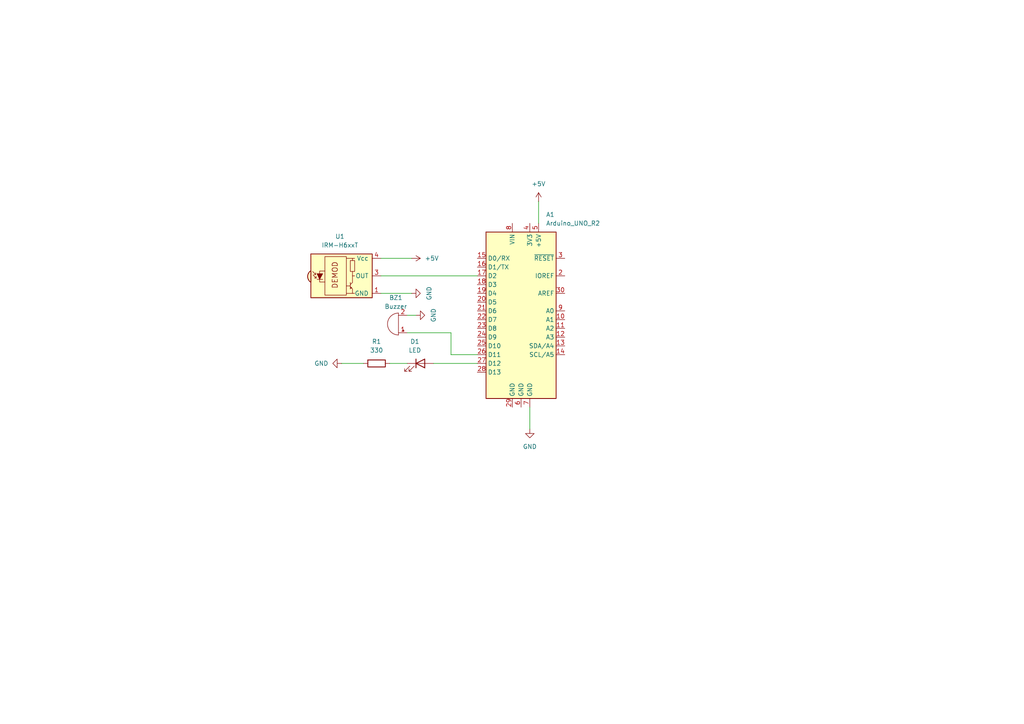
<source format=kicad_sch>
(kicad_sch (version 20250114) (generator "eeschema") (generator_version "9.0")
  (paper "A4")
  (lib_symbols
    (symbol "Device:Buzzer" (pin_names (offset 0.0254) (hide yes))
      (property "Reference" "BZ" (at 3.81 1.27 0))
      (property "Value" "Buzzer" (at 3.81 -1.27 0))
      (symbol "Buzzer_0_1"
        (polyline (pts (xy -1.651 1.905) (xy -1.143 1.905)))
        (polyline (pts (xy -1.397 2.159) (xy -1.397 1.651)))
        (arc (start 0 3.175) (mid 3.1612 0) (end 0 -3.175))
        (polyline (pts (xy 0 3.175) (xy 0 -3.175)))
      )
      (symbol "Buzzer_1_1"
        (pin passive line (at -2.54 2.54 0) (length 2.54) (name "+") (number "1"))
        (pin passive line (at -2.54 -2.54 0) (length 2.54) (name "-") (number "2"))
      )
    )
    (symbol "Device:LED" (pin_numbers (hide yes)) (pin_names (offset 1.016) (hide yes))
      (property "Reference" "D" (at 0 2.54 0))
      (property "Value" "LED" (at 0 -2.54 0))
      (symbol "LED_0_1"
        (polyline (pts (xy -3.048 -0.762) (xy -4.572 -2.286) (xy -3.81 -2.286) (xy -4.572 -2.286) (xy -4.572 -1.524)))
        (polyline (pts (xy -1.778 -0.762) (xy -3.302 -2.286) (xy -2.54 -2.286) (xy -3.302 -2.286) (xy -3.302 -1.524)))
        (polyline (pts (xy -1.27 0) (xy 1.27 0)))
        (polyline (pts (xy -1.27 -1.27) (xy -1.27 1.27)) (stroke (width 0.254)))
        (polyline (pts (xy 1.27 -1.27) (xy 1.27 1.27) (xy -1.27 0) (xy 1.27 -1.27)) (stroke (width 0.254)))
      )
      (symbol "LED_1_1"
        (pin passive line (at -3.81 0 0) (length 2.54) (name "K") (number "1"))
        (pin passive line (at 3.81 0 180) (length 2.54) (name "A") (number "2"))
      )
    )
    (symbol "Device:R" (pin_numbers (hide yes)) (pin_names (offset 0))
      (property "Reference" "R" (at 2.032 0 90))
      (property "Value" "R" (at 0 0 90))
      (symbol "R_0_1"
        (rectangle (start -1.016 -2.54) (end 1.016 2.54) (stroke (width 0.254)))
      )
      (symbol "R_1_1"
        (pin passive line (at 0 3.81 270) (length 1.27) (name "~") (number "1"))
        (pin passive line (at 0 -3.81 90) (length 1.27) (name "~") (number "2"))
      )
    )
    (symbol "Interface_Optical:IRM-H6xxT" (pin_names (offset 1.016))
      (property "Reference" "U" (at -10.16 7.62 0))
      (property "Value" "IRM-H6xxT" (at -10.16 -7.62 0))
      (symbol "IRM-H6xxT_0_0"
        (arc (start -10.287 -1.778) (mid -11.0899 -0.1905) (end -10.287 1.397) (stroke (width 0.254)) (fill (type background)))
        (polyline (pts (xy 1.905 5.08) (xy 0.127 5.08)))
        (polyline (pts (xy 1.905 -5.08) (xy 0.127 -5.08)))
        (text "DEMOD" (at -3.175 0.254 900) (effects (font (size 1.524 1.524))))
      )
      (symbol "IRM-H6xxT_0_1"
        (polyline (pts (xy -8.763 0.381) (xy -9.652 1.27)))
        (polyline (pts (xy -8.763 0.381) (xy -9.271 0.381)))
        (polyline (pts (xy -8.763 0.381) (xy -8.763 0.889)))
        (polyline (pts (xy -8.636 -0.635) (xy -9.525 0.254)))
        (polyline (pts (xy -8.636 -0.635) (xy -9.144 -0.635)))
        (polyline (pts (xy -8.636 -0.635) (xy -8.636 -0.127)))
        (polyline (pts (xy -8.382 0.635) (xy -6.731 0.635) (xy -7.62 -1.016) (xy -8.382 0.635)) (fill (type outline)))
        (polyline (pts (xy -8.382 -1.016) (xy -6.731 -1.016)))
        (rectangle (start -6.096 5.588) (end 0.127 -5.588))
        (polyline (pts (xy -6.096 1.397) (xy -7.62 1.397) (xy -7.62 -1.778) (xy -6.096 -1.778)))
        (polyline (pts (xy 1.27 -1.905) (xy 1.27 -3.81)))
        (polyline (pts (xy 1.27 -2.54) (xy 1.905 -1.905) (xy 1.905 0) (xy 2.54 0)))
        (polyline (pts (xy 1.27 -2.921) (xy 0.127 -2.921)))
        (polyline (pts (xy 1.27 -3.175) (xy 1.905 -3.81) (xy 1.905 -5.08) (xy 2.54 -5.08)))
        (polyline (pts (xy 1.397 -3.556) (xy 1.524 -3.556)))
        (polyline (pts (xy 1.651 -3.556) (xy 1.524 -3.556)))
        (polyline (pts (xy 1.651 -3.556) (xy 1.651 -3.302)))
        (polyline (pts (xy 1.905 4.445) (xy 1.905 5.08) (xy 2.54 5.08)))
        (polyline (pts (xy 1.905 0) (xy 1.905 1.27)))
        (rectangle (start 2.54 1.27) (end 1.27 4.445))
        (rectangle (start 7.62 6.35) (end -10.16 -6.35) (stroke (width 0.254)) (fill (type background)))
      )
      (symbol "IRM-H6xxT_1_1"
        (pin power_in line (at 10.16 5.08 180) (length 2.54) (name "Vcc") (number "4"))
        (pin output line (at 10.16 0 180) (length 2.54) (name "OUT") (number "3"))
        (pin power_in line (at 10.16 -5.08 180) (length 2.54) (name "GND") (number "1"))
        (pin passive line (at 10.16 -5.08 180) (length 2.54) (hide yes) (name "GND") (number "2"))
      )
    )
    (symbol "MCU_Module:Arduino_UNO_R2"
      (property "Reference" "A" (at -10.16 23.495 0))
      (property "Value" "Arduino_UNO_R2" (at 5.08 -26.67 0))
      (symbol "Arduino_UNO_R2_0_1"
        (rectangle (start -10.16 22.86) (end 10.16 -25.4) (stroke (width 0.254)) (fill (type background)))
      )
      (symbol "Arduino_UNO_R2_1_1"
        (pin bidirectional line (at -12.7 15.24 0) (length 2.54) (name "D0/RX") (number "15"))
        (pin bidirectional line (at -12.7 12.7 0) (length 2.54) (name "D1/TX") (number "16"))
        (pin bidirectional line (at -12.7 10.16 0) (length 2.54) (name "D2") (number "17"))
        (pin bidirectional line (at -12.7 7.62 0) (length 2.54) (name "D3") (number "18"))
        (pin bidirectional line (at -12.7 5.08 0) (length 2.54) (name "D4") (number "19"))
        (pin bidirectional line (at -12.7 2.54 0) (length 2.54) (name "D5") (number "20"))
        (pin bidirectional line (at -12.7 0 0) (length 2.54) (name "D6") (number "21"))
        (pin bidirectional line (at -12.7 -2.54 0) (length 2.54) (name "D7") (number "22"))
        (pin bidirectional line (at -12.7 -5.08 0) (length 2.54) (name "D8") (number "23"))
        (pin bidirectional line (at -12.7 -7.62 0) (length 2.54) (name "D9") (number "24"))
        (pin bidirectional line (at -12.7 -10.16 0) (length 2.54) (name "D10") (number "25"))
        (pin bidirectional line (at -12.7 -12.7 0) (length 2.54) (name "D11") (number "26"))
        (pin bidirectional line (at -12.7 -15.24 0) (length 2.54) (name "D12") (number "27"))
        (pin bidirectional line (at -12.7 -17.78 0) (length 2.54) (name "D13") (number "28"))
        (pin no_connect line (at -10.16 -20.32 0) (length 2.54) (hide yes) (name "NC") (number "1"))
        (pin power_in line (at -2.54 25.4 270) (length 2.54) (name "VIN") (number "8"))
        (pin power_in line (at -2.54 -27.94 90) (length 2.54) (name "GND") (number "29"))
        (pin power_in line (at 0 -27.94 90) (length 2.54) (name "GND") (number "6"))
        (pin power_out line (at 2.54 25.4 270) (length 2.54) (name "3V3") (number "4"))
        (pin power_in line (at 2.54 -27.94 90) (length 2.54) (name "GND") (number "7"))
        (pin power_out line (at 5.08 25.4 270) (length 2.54) (name "+5V") (number "5"))
        (pin input line (at 12.7 15.24 180) (length 2.54) (name "~{RESET}") (number "3"))
        (pin output line (at 12.7 10.16 180) (length 2.54) (name "IOREF") (number "2"))
        (pin input line (at 12.7 5.08 180) (length 2.54) (name "AREF") (number "30"))
        (pin bidirectional line (at 12.7 0 180) (length 2.54) (name "A0") (number "9"))
        (pin bidirectional line (at 12.7 -2.54 180) (length 2.54) (name "A1") (number "10"))
        (pin bidirectional line (at 12.7 -5.08 180) (length 2.54) (name "A2") (number "11"))
        (pin bidirectional line (at 12.7 -7.62 180) (length 2.54) (name "A3") (number "12"))
        (pin bidirectional line (at 12.7 -10.16 180) (length 2.54) (name "SDA/A4") (number "13"))
        (pin bidirectional line (at 12.7 -12.7 180) (length 2.54) (name "SCL/A5") (number "14"))
      )
    )
    (symbol "power:+5V" (power) (pin_numbers (hide yes)) (pin_names (offset 0) (hide yes))
      (property "Value" "+5V" (at 0 3.556 0))
      (symbol "+5V_0_1"
        (polyline (pts (xy -0.762 1.27) (xy 0 2.54)))
        (polyline (pts (xy 0 2.54) (xy 0.762 1.27)))
        (polyline (pts (xy 0 0) (xy 0 2.54)))
      )
      (symbol "+5V_1_1"
        (pin power_in line (at 0 0 90) (length 0) (name "~") (number "1"))
      )
    )
    (symbol "power:GND" (power) (pin_numbers (hide yes)) (pin_names (offset 0) (hide yes))
      (property "Value" "GND" (at 0 -3.81 0))
      (symbol "GND_0_1"
        (polyline (pts (xy 0 0) (xy 0 -1.27) (xy 1.27 -1.27) (xy 0 -2.54) (xy -1.27 -1.27) (xy 0 -1.27)))
      )
      (symbol "GND_1_1"
        (pin power_in line (at 0 0 270) (length 0) (name "~") (number "1"))
      )
    )
  )
  (wire (pts (xy 110.49 80.01) (xy 138.43 80.01)))
  (wire (pts (xy 130.81 102.87) (xy 130.81 96.52)))
  (wire (pts (xy 119.38 74.93) (xy 110.49 74.93)))
  (wire (pts (xy 99.06 105.41) (xy 105.41 105.41)))
  (wire (pts (xy 110.49 85.09) (xy 119.38 85.09)))
  (wire (pts (xy 153.67 118.11) (xy 153.67 124.46)))
  (wire (pts (xy 156.21 58.42) (xy 156.21 64.77)))
  (wire (pts (xy 138.43 102.87) (xy 130.81 102.87)))
  (wire (pts (xy 118.11 91.44) (xy 120.65 91.44)))
  (wire (pts (xy 113.03 105.41) (xy 118.11 105.41)))
  (wire (pts (xy 125.73 105.41) (xy 138.43 105.41)))
  (wire (pts (xy 130.81 96.52) (xy 118.11 96.52)))
  (symbol (lib_id "power:GND") (at 153.67 124.46 0) (unit 1)
    (property "Reference" "#PWR02" (effects (hide yes)))
    (property "Value" "GND" (at 153.67 129.54 0))
    (property "Description" "Power symbol creates a global label with name \"GND\" , ground" (effects (hide yes)))
  )
  (symbol (lib_id "Device:Buzzer") (at 115.57 93.98 180) (unit 1)
    (property "Reference" "BZ1" (at 114.8149 86.36 0))
    (property "Value" "Buzzer" (at 114.8149 88.9 0))
    (property "Description" "Buzzer, polarized" (effects (hide yes)))
  )
  (symbol (lib_id "power:GND") (at 120.65 91.44 90) (unit 1)
    (property "Reference" "#PWR06" (effects (hide yes)))
    (property "Value" "GND" (at 125.73 91.44 0))
    (property "Description" "Power symbol creates a global label with name \"GND\" , ground" (effects (hide yes)))
  )
  (symbol (lib_id "power:+5V") (at 156.21 58.42 0) (unit 1)
    (property "Reference" "#PWR01" (effects (hide yes)))
    (property "Value" "+5V" (at 156.21 53.34 0))
    (property "Description" "Power symbol creates a global label with name \"+5V\"" (effects (hide yes)))
  )
  (symbol (lib_id "power:+5V") (at 119.38 74.93 270) (unit 1)
    (property "Reference" "#PWR04" (effects (hide yes)))
    (property "Value" "+5V" (at 123.19 74.9299 90) (effects (justify left)))
    (property "Description" "Power symbol creates a global label with name \"+5V\"" (effects (hide yes)))
  )
  (symbol (lib_id "Interface_Optical:IRM-H6xxT") (at 100.33 80.01 0) (unit 1)
    (property "Reference" "U1" (at 98.595 68.58 0))
    (property "Value" "IRM-H6xxT" (at 98.595 71.12 0))
    (property "Footprint" "OptoDevice:Everlight_IRM-H6xxT" (effects (hide yes)))
    (property "Datasheet" "https://en.everlight.com/wp-content/plugins/ItemRelationship/product_files/pdf/DMO-0000004-IRM-H6XX-TR2_Series_Datasheet_V4.pdf" (effects (hide yes)))
    (property "Description" "IR Receiver Modules for remote controls" (effects (hide yes)))
  )
  (symbol (lib_id "MCU_Module:Arduino_UNO_R2") (at 151.13 90.17 0) (unit 1)
    (property "Reference" "A1" (at 158.3533 62.23 0) (effects (justify left)))
    (property "Value" "Arduino_UNO_R2" (at 158.3533 64.77 0) (effects (justify left)))
    (property "Footprint" "Module:Arduino_UNO_R2" (effects (hide yes)))
    (property "Datasheet" "https://www.arduino.cc/en/Main/arduinoBoardUno" (effects (hide yes)))
    (property "Description" "Arduino UNO Microcontroller Module, release 2" (effects (hide yes)))
  )
  (symbol (lib_id "Device:R") (at 109.22 105.41 90) (unit 1)
    (property "Reference" "R1" (at 109.22 99.06 90))
    (property "Value" "330" (at 109.22 101.6 90))
    (property "Description" "Resistor" (effects (hide yes)))
  )
  (symbol (lib_id "power:GND") (at 99.06 105.41 270) (unit 1)
    (property "Reference" "#PWR05" (effects (hide yes)))
    (property "Value" "GND" (at 95.25 105.4099 90) (effects (justify right)))
    (property "Description" "Power symbol creates a global label with name \"GND\" , ground" (effects (hide yes)))
  )
  (symbol (lib_id "power:GND") (at 119.38 85.09 90) (unit 1)
    (property "Reference" "#PWR03" (effects (hide yes)))
    (property "Value" "GND" (at 124.46 85.09 0))
    (property "Description" "Power symbol creates a global label with name \"GND\" , ground" (effects (hide yes)))
  )
  (symbol (lib_id "Device:LED") (at 121.92 105.41 0) (unit 1)
    (property "Reference" "D1" (at 120.3325 99.06 0))
    (property "Value" "LED" (at 120.3325 101.6 0))
    (property "Description" "Light emitting diode" (effects (hide yes)))
    (property "Sim.Pins" "1=K 2=A" (effects (hide yes)))
  )
)
</source>
